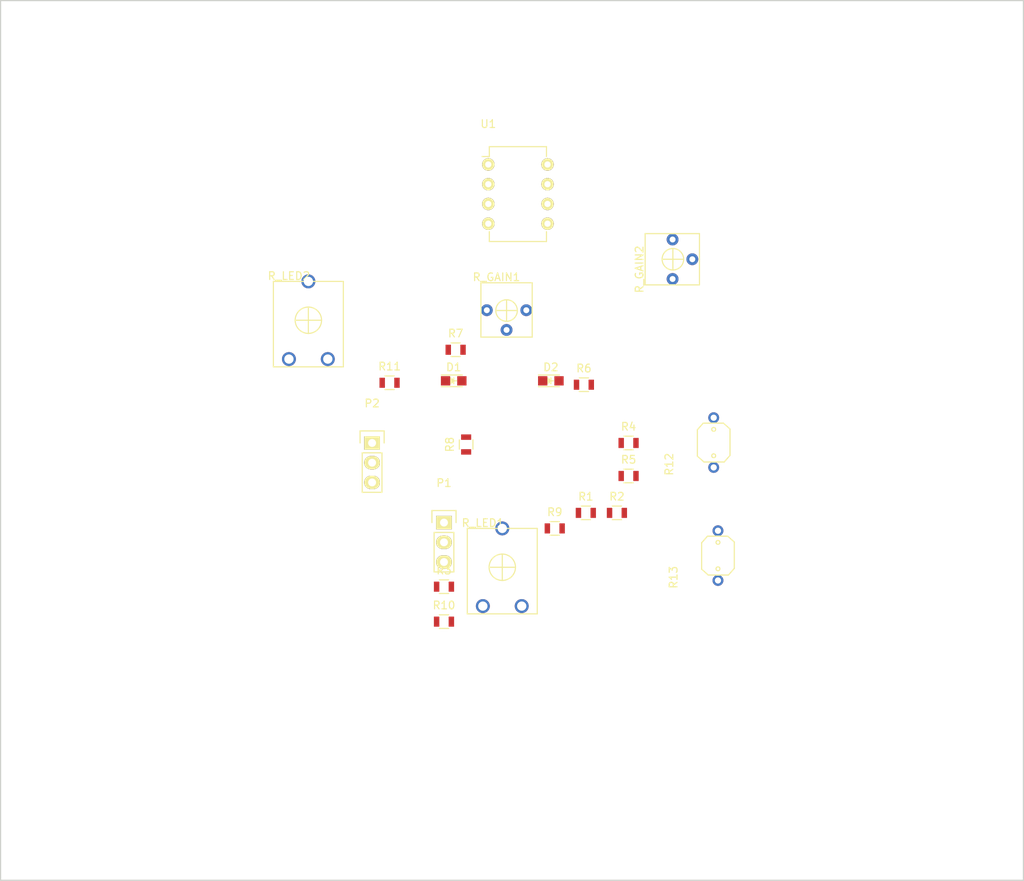
<source format=kicad_pcb>
(kicad_pcb (version 4) (host pcbnew 4.0.4+e1-6308~48~ubuntu14.04.1-stable)

  (general
    (links 33)
    (no_connects 33)
    (area 84.374999 45.724999 216.125001 159.125001)
    (thickness 1.6)
    (drawings 5)
    (tracks 0)
    (zones 0)
    (modules 22)
    (nets 20)
  )

  (page A4)
  (layers
    (0 F.Cu signal)
    (31 B.Cu signal)
    (32 B.Adhes user)
    (33 F.Adhes user)
    (34 B.Paste user)
    (35 F.Paste user)
    (36 B.SilkS user)
    (37 F.SilkS user)
    (38 B.Mask user)
    (39 F.Mask user)
    (40 Dwgs.User user)
    (41 Cmts.User user)
    (42 Eco1.User user)
    (43 Eco2.User user)
    (44 Edge.Cuts user)
    (45 Margin user)
    (46 B.CrtYd user)
    (47 F.CrtYd user)
    (48 B.Fab user)
    (49 F.Fab user)
  )

  (setup
    (last_trace_width 0.25)
    (trace_clearance 0.2)
    (zone_clearance 0.508)
    (zone_45_only no)
    (trace_min 0.2)
    (segment_width 0.2)
    (edge_width 0.15)
    (via_size 0.6)
    (via_drill 0.4)
    (via_min_size 0.4)
    (via_min_drill 0.3)
    (uvia_size 0.3)
    (uvia_drill 0.1)
    (uvias_allowed no)
    (uvia_min_size 0.2)
    (uvia_min_drill 0.1)
    (pcb_text_width 0.3)
    (pcb_text_size 1.5 1.5)
    (mod_edge_width 0.15)
    (mod_text_size 1 1)
    (mod_text_width 0.15)
    (pad_size 1.524 1.524)
    (pad_drill 0.762)
    (pad_to_mask_clearance 0.2)
    (aux_axis_origin 0 0)
    (visible_elements FFFFFF7F)
    (pcbplotparams
      (layerselection 0x00030_80000001)
      (usegerberextensions false)
      (excludeedgelayer true)
      (linewidth 0.100000)
      (plotframeref false)
      (viasonmask false)
      (mode 1)
      (useauxorigin false)
      (hpglpennumber 1)
      (hpglpenspeed 20)
      (hpglpendiameter 15)
      (hpglpenoverlay 2)
      (psnegative false)
      (psa4output false)
      (plotreference true)
      (plotvalue true)
      (plotinvisibletext false)
      (padsonsilk false)
      (subtractmaskfromsilk false)
      (outputformat 1)
      (mirror false)
      (drillshape 1)
      (scaleselection 1)
      (outputdirectory ""))
  )

  (net 0 "")
  (net 1 /NON-INV)
  (net 2 "Net-(D1-Pad1)")
  (net 3 /INV)
  (net 4 "Net-(D2-Pad1)")
  (net 5 /IN1)
  (net 6 /OUT)
  (net 7 /IN2)
  (net 8 VEE)
  (net 9 /CV)
  (net 10 VCC)
  (net 11 GND)
  (net 12 /VREF)
  (net 13 "Net-(R3-Pad2)")
  (net 14 "Net-(R4-Pad1)")
  (net 15 "Net-(R5-Pad1)")
  (net 16 "Net-(R6-Pad2)")
  (net 17 "Net-(R7-Pad2)")
  (net 18 "Net-(R10-Pad2)")
  (net 19 "Net-(R11-Pad2)")

  (net_class Default "This is the default net class."
    (clearance 0.2)
    (trace_width 0.25)
    (via_dia 0.6)
    (via_drill 0.4)
    (uvia_dia 0.3)
    (uvia_drill 0.1)
    (add_net /CV)
    (add_net /IN1)
    (add_net /IN2)
    (add_net /INV)
    (add_net /NON-INV)
    (add_net /OUT)
    (add_net /VREF)
    (add_net GND)
    (add_net "Net-(D1-Pad1)")
    (add_net "Net-(D2-Pad1)")
    (add_net "Net-(R10-Pad2)")
    (add_net "Net-(R11-Pad2)")
    (add_net "Net-(R3-Pad2)")
    (add_net "Net-(R4-Pad1)")
    (add_net "Net-(R5-Pad1)")
    (add_net "Net-(R6-Pad2)")
    (add_net "Net-(R7-Pad2)")
    (add_net VCC)
    (add_net VEE)
  )

  (module LEDs:LED_0805 placed (layer F.Cu) (tedit 55BDE1C2) (tstamp 57E6E2F8)
    (at 142.75 94.75)
    (descr "LED 0805 smd package")
    (tags "LED 0805 SMD")
    (path /57E6DCD8)
    (attr smd)
    (fp_text reference D1 (at 0 -1.75) (layer F.SilkS)
      (effects (font (size 1 1) (thickness 0.15)))
    )
    (fp_text value Red (at 0 1.75) (layer F.Fab)
      (effects (font (size 1 1) (thickness 0.15)))
    )
    (fp_line (start -0.4 -0.3) (end -0.4 0.3) (layer F.Fab) (width 0.15))
    (fp_line (start -0.3 0) (end 0 -0.3) (layer F.Fab) (width 0.15))
    (fp_line (start 0 0.3) (end -0.3 0) (layer F.Fab) (width 0.15))
    (fp_line (start 0 -0.3) (end 0 0.3) (layer F.Fab) (width 0.15))
    (fp_line (start 1 -0.6) (end -1 -0.6) (layer F.Fab) (width 0.15))
    (fp_line (start 1 0.6) (end 1 -0.6) (layer F.Fab) (width 0.15))
    (fp_line (start -1 0.6) (end 1 0.6) (layer F.Fab) (width 0.15))
    (fp_line (start -1 -0.6) (end -1 0.6) (layer F.Fab) (width 0.15))
    (fp_line (start -1.6 0.75) (end 1.1 0.75) (layer F.SilkS) (width 0.15))
    (fp_line (start -1.6 -0.75) (end 1.1 -0.75) (layer F.SilkS) (width 0.15))
    (fp_line (start -0.1 0.15) (end -0.1 -0.1) (layer F.SilkS) (width 0.15))
    (fp_line (start -0.1 -0.1) (end -0.25 0.05) (layer F.SilkS) (width 0.15))
    (fp_line (start -0.35 -0.35) (end -0.35 0.35) (layer F.SilkS) (width 0.15))
    (fp_line (start 0 0) (end 0.35 0) (layer F.SilkS) (width 0.15))
    (fp_line (start -0.35 0) (end 0 -0.35) (layer F.SilkS) (width 0.15))
    (fp_line (start 0 -0.35) (end 0 0.35) (layer F.SilkS) (width 0.15))
    (fp_line (start 0 0.35) (end -0.35 0) (layer F.SilkS) (width 0.15))
    (fp_line (start 1.9 -0.95) (end 1.9 0.95) (layer F.CrtYd) (width 0.05))
    (fp_line (start 1.9 0.95) (end -1.9 0.95) (layer F.CrtYd) (width 0.05))
    (fp_line (start -1.9 0.95) (end -1.9 -0.95) (layer F.CrtYd) (width 0.05))
    (fp_line (start -1.9 -0.95) (end 1.9 -0.95) (layer F.CrtYd) (width 0.05))
    (pad 2 smd rect (at 1.04902 0 180) (size 1.19888 1.19888) (layers F.Cu F.Paste F.Mask)
      (net 1 /NON-INV))
    (pad 1 smd rect (at -1.04902 0 180) (size 1.19888 1.19888) (layers F.Cu F.Paste F.Mask)
      (net 2 "Net-(D1-Pad1)"))
    (model LEDs.3dshapes/LED_0805.wrl
      (at (xyz 0 0 0))
      (scale (xyz 1 1 1))
      (rotate (xyz 0 0 0))
    )
  )

  (module LEDs:LED_0805 placed (layer F.Cu) (tedit 55BDE1C2) (tstamp 57E6E2FE)
    (at 155.25 94.75)
    (descr "LED 0805 smd package")
    (tags "LED 0805 SMD")
    (path /57E6D166)
    (attr smd)
    (fp_text reference D2 (at 0 -1.75) (layer F.SilkS)
      (effects (font (size 1 1) (thickness 0.15)))
    )
    (fp_text value Red (at 0 1.75) (layer F.Fab)
      (effects (font (size 1 1) (thickness 0.15)))
    )
    (fp_line (start -0.4 -0.3) (end -0.4 0.3) (layer F.Fab) (width 0.15))
    (fp_line (start -0.3 0) (end 0 -0.3) (layer F.Fab) (width 0.15))
    (fp_line (start 0 0.3) (end -0.3 0) (layer F.Fab) (width 0.15))
    (fp_line (start 0 -0.3) (end 0 0.3) (layer F.Fab) (width 0.15))
    (fp_line (start 1 -0.6) (end -1 -0.6) (layer F.Fab) (width 0.15))
    (fp_line (start 1 0.6) (end 1 -0.6) (layer F.Fab) (width 0.15))
    (fp_line (start -1 0.6) (end 1 0.6) (layer F.Fab) (width 0.15))
    (fp_line (start -1 -0.6) (end -1 0.6) (layer F.Fab) (width 0.15))
    (fp_line (start -1.6 0.75) (end 1.1 0.75) (layer F.SilkS) (width 0.15))
    (fp_line (start -1.6 -0.75) (end 1.1 -0.75) (layer F.SilkS) (width 0.15))
    (fp_line (start -0.1 0.15) (end -0.1 -0.1) (layer F.SilkS) (width 0.15))
    (fp_line (start -0.1 -0.1) (end -0.25 0.05) (layer F.SilkS) (width 0.15))
    (fp_line (start -0.35 -0.35) (end -0.35 0.35) (layer F.SilkS) (width 0.15))
    (fp_line (start 0 0) (end 0.35 0) (layer F.SilkS) (width 0.15))
    (fp_line (start -0.35 0) (end 0 -0.35) (layer F.SilkS) (width 0.15))
    (fp_line (start 0 -0.35) (end 0 0.35) (layer F.SilkS) (width 0.15))
    (fp_line (start 0 0.35) (end -0.35 0) (layer F.SilkS) (width 0.15))
    (fp_line (start 1.9 -0.95) (end 1.9 0.95) (layer F.CrtYd) (width 0.05))
    (fp_line (start 1.9 0.95) (end -1.9 0.95) (layer F.CrtYd) (width 0.05))
    (fp_line (start -1.9 0.95) (end -1.9 -0.95) (layer F.CrtYd) (width 0.05))
    (fp_line (start -1.9 -0.95) (end 1.9 -0.95) (layer F.CrtYd) (width 0.05))
    (pad 2 smd rect (at 1.04902 0 180) (size 1.19888 1.19888) (layers F.Cu F.Paste F.Mask)
      (net 3 /INV))
    (pad 1 smd rect (at -1.04902 0 180) (size 1.19888 1.19888) (layers F.Cu F.Paste F.Mask)
      (net 4 "Net-(D2-Pad1)"))
    (model LEDs.3dshapes/LED_0805.wrl
      (at (xyz 0 0 0))
      (scale (xyz 1 1 1))
      (rotate (xyz 0 0 0))
    )
  )

  (module Pin_Headers:Pin_Header_Straight_1x03 placed (layer F.Cu) (tedit 0) (tstamp 57E6E305)
    (at 132.25 102.75)
    (descr "Through hole pin header")
    (tags "pin header")
    (path /57E84BE6)
    (fp_text reference P2 (at 0 -5.1) (layer F.SilkS)
      (effects (font (size 1 1) (thickness 0.15)))
    )
    (fp_text value CONN_01X03 (at 0 -3.1) (layer F.Fab)
      (effects (font (size 1 1) (thickness 0.15)))
    )
    (fp_line (start -1.75 -1.75) (end -1.75 6.85) (layer F.CrtYd) (width 0.05))
    (fp_line (start 1.75 -1.75) (end 1.75 6.85) (layer F.CrtYd) (width 0.05))
    (fp_line (start -1.75 -1.75) (end 1.75 -1.75) (layer F.CrtYd) (width 0.05))
    (fp_line (start -1.75 6.85) (end 1.75 6.85) (layer F.CrtYd) (width 0.05))
    (fp_line (start -1.27 1.27) (end -1.27 6.35) (layer F.SilkS) (width 0.15))
    (fp_line (start -1.27 6.35) (end 1.27 6.35) (layer F.SilkS) (width 0.15))
    (fp_line (start 1.27 6.35) (end 1.27 1.27) (layer F.SilkS) (width 0.15))
    (fp_line (start 1.55 -1.55) (end 1.55 0) (layer F.SilkS) (width 0.15))
    (fp_line (start 1.27 1.27) (end -1.27 1.27) (layer F.SilkS) (width 0.15))
    (fp_line (start -1.55 0) (end -1.55 -1.55) (layer F.SilkS) (width 0.15))
    (fp_line (start -1.55 -1.55) (end 1.55 -1.55) (layer F.SilkS) (width 0.15))
    (pad 1 thru_hole rect (at 0 0) (size 2.032 1.7272) (drill 1.016) (layers *.Cu *.Mask F.SilkS)
      (net 5 /IN1))
    (pad 2 thru_hole oval (at 0 2.54) (size 2.032 1.7272) (drill 1.016) (layers *.Cu *.Mask F.SilkS)
      (net 6 /OUT))
    (pad 3 thru_hole oval (at 0 5.08) (size 2.032 1.7272) (drill 1.016) (layers *.Cu *.Mask F.SilkS)
      (net 7 /IN2))
    (model Pin_Headers.3dshapes/Pin_Header_Straight_1x03.wrl
      (at (xyz 0 -0.1 0))
      (scale (xyz 1 1 1))
      (rotate (xyz 0 0 90))
    )
  )

  (module Pin_Headers:Pin_Header_Straight_1x03 placed (layer F.Cu) (tedit 0) (tstamp 57E6E30C)
    (at 141.5 113)
    (descr "Through hole pin header")
    (tags "pin header")
    (path /57E85AE7)
    (fp_text reference P1 (at 0 -5.1) (layer F.SilkS)
      (effects (font (size 1 1) (thickness 0.15)))
    )
    (fp_text value CONN_01X03 (at 0 -3.1) (layer F.Fab)
      (effects (font (size 1 1) (thickness 0.15)))
    )
    (fp_line (start -1.75 -1.75) (end -1.75 6.85) (layer F.CrtYd) (width 0.05))
    (fp_line (start 1.75 -1.75) (end 1.75 6.85) (layer F.CrtYd) (width 0.05))
    (fp_line (start -1.75 -1.75) (end 1.75 -1.75) (layer F.CrtYd) (width 0.05))
    (fp_line (start -1.75 6.85) (end 1.75 6.85) (layer F.CrtYd) (width 0.05))
    (fp_line (start -1.27 1.27) (end -1.27 6.35) (layer F.SilkS) (width 0.15))
    (fp_line (start -1.27 6.35) (end 1.27 6.35) (layer F.SilkS) (width 0.15))
    (fp_line (start 1.27 6.35) (end 1.27 1.27) (layer F.SilkS) (width 0.15))
    (fp_line (start 1.55 -1.55) (end 1.55 0) (layer F.SilkS) (width 0.15))
    (fp_line (start 1.27 1.27) (end -1.27 1.27) (layer F.SilkS) (width 0.15))
    (fp_line (start -1.55 0) (end -1.55 -1.55) (layer F.SilkS) (width 0.15))
    (fp_line (start -1.55 -1.55) (end 1.55 -1.55) (layer F.SilkS) (width 0.15))
    (pad 1 thru_hole rect (at 0 0) (size 2.032 1.7272) (drill 1.016) (layers *.Cu *.Mask F.SilkS)
      (net 8 VEE))
    (pad 2 thru_hole oval (at 0 2.54) (size 2.032 1.7272) (drill 1.016) (layers *.Cu *.Mask F.SilkS)
      (net 9 /CV))
    (pad 3 thru_hole oval (at 0 5.08) (size 2.032 1.7272) (drill 1.016) (layers *.Cu *.Mask F.SilkS)
      (net 10 VCC))
    (model Pin_Headers.3dshapes/Pin_Header_Straight_1x03.wrl
      (at (xyz 0 -0.1 0))
      (scale (xyz 1 1 1))
      (rotate (xyz 0 0 90))
    )
  )

  (module Resistors_SMD:R_0805 placed (layer F.Cu) (tedit 5415CDEB) (tstamp 57E6E312)
    (at 144.35 102.95 90)
    (descr "Resistor SMD 0805, reflow soldering, Vishay (see dcrcw.pdf)")
    (tags "resistor 0805")
    (path /57E86576)
    (attr smd)
    (fp_text reference R8 (at 0 -2.1 90) (layer F.SilkS)
      (effects (font (size 1 1) (thickness 0.15)))
    )
    (fp_text value 100k (at 0 2.1 90) (layer F.Fab)
      (effects (font (size 1 1) (thickness 0.15)))
    )
    (fp_line (start -1.6 -1) (end 1.6 -1) (layer F.CrtYd) (width 0.05))
    (fp_line (start -1.6 1) (end 1.6 1) (layer F.CrtYd) (width 0.05))
    (fp_line (start -1.6 -1) (end -1.6 1) (layer F.CrtYd) (width 0.05))
    (fp_line (start 1.6 -1) (end 1.6 1) (layer F.CrtYd) (width 0.05))
    (fp_line (start 0.6 0.875) (end -0.6 0.875) (layer F.SilkS) (width 0.15))
    (fp_line (start -0.6 -0.875) (end 0.6 -0.875) (layer F.SilkS) (width 0.15))
    (pad 1 smd rect (at -0.95 0 90) (size 0.7 1.3) (layers F.Cu F.Paste F.Mask)
      (net 11 GND))
    (pad 2 smd rect (at 0.95 0 90) (size 0.7 1.3) (layers F.Cu F.Paste F.Mask)
      (net 1 /NON-INV))
    (model Resistors_SMD.3dshapes/R_0805.wrl
      (at (xyz 0 0 0))
      (scale (xyz 1 1 1))
      (rotate (xyz 0 0 0))
    )
  )

  (module Resistors_SMD:R_0805 placed (layer F.Cu) (tedit 5415CDEB) (tstamp 57E6E318)
    (at 155.75 113.75)
    (descr "Resistor SMD 0805, reflow soldering, Vishay (see dcrcw.pdf)")
    (tags "resistor 0805")
    (path /57E86783)
    (attr smd)
    (fp_text reference R9 (at 0 -2.1) (layer F.SilkS)
      (effects (font (size 1 1) (thickness 0.15)))
    )
    (fp_text value 100k (at 0 2.1) (layer F.Fab)
      (effects (font (size 1 1) (thickness 0.15)))
    )
    (fp_line (start -1.6 -1) (end 1.6 -1) (layer F.CrtYd) (width 0.05))
    (fp_line (start -1.6 1) (end 1.6 1) (layer F.CrtYd) (width 0.05))
    (fp_line (start -1.6 -1) (end -1.6 1) (layer F.CrtYd) (width 0.05))
    (fp_line (start 1.6 -1) (end 1.6 1) (layer F.CrtYd) (width 0.05))
    (fp_line (start 0.6 0.875) (end -0.6 0.875) (layer F.SilkS) (width 0.15))
    (fp_line (start -0.6 -0.875) (end 0.6 -0.875) (layer F.SilkS) (width 0.15))
    (pad 1 smd rect (at -0.95 0) (size 0.7 1.3) (layers F.Cu F.Paste F.Mask)
      (net 11 GND))
    (pad 2 smd rect (at 0.95 0) (size 0.7 1.3) (layers F.Cu F.Paste F.Mask)
      (net 3 /INV))
    (model Resistors_SMD.3dshapes/R_0805.wrl
      (at (xyz 0 0 0))
      (scale (xyz 1 1 1))
      (rotate (xyz 0 0 0))
    )
  )

  (module Resistors_SMD:R_0805 placed (layer F.Cu) (tedit 5415CDEB) (tstamp 57E6E31E)
    (at 159.75 111.75)
    (descr "Resistor SMD 0805, reflow soldering, Vishay (see dcrcw.pdf)")
    (tags "resistor 0805")
    (path /57E7F587)
    (attr smd)
    (fp_text reference R1 (at 0 -2.1) (layer F.SilkS)
      (effects (font (size 1 1) (thickness 0.15)))
    )
    (fp_text value 100k (at 0 2.1) (layer F.Fab)
      (effects (font (size 1 1) (thickness 0.15)))
    )
    (fp_line (start -1.6 -1) (end 1.6 -1) (layer F.CrtYd) (width 0.05))
    (fp_line (start -1.6 1) (end 1.6 1) (layer F.CrtYd) (width 0.05))
    (fp_line (start -1.6 -1) (end -1.6 1) (layer F.CrtYd) (width 0.05))
    (fp_line (start 1.6 -1) (end 1.6 1) (layer F.CrtYd) (width 0.05))
    (fp_line (start 0.6 0.875) (end -0.6 0.875) (layer F.SilkS) (width 0.15))
    (fp_line (start -0.6 -0.875) (end 0.6 -0.875) (layer F.SilkS) (width 0.15))
    (pad 1 smd rect (at -0.95 0) (size 0.7 1.3) (layers F.Cu F.Paste F.Mask)
      (net 12 /VREF))
    (pad 2 smd rect (at 0.95 0) (size 0.7 1.3) (layers F.Cu F.Paste F.Mask)
      (net 10 VCC))
    (model Resistors_SMD.3dshapes/R_0805.wrl
      (at (xyz 0 0 0))
      (scale (xyz 1 1 1))
      (rotate (xyz 0 0 0))
    )
  )

  (module Resistors_SMD:R_0805 placed (layer F.Cu) (tedit 5415CDEB) (tstamp 57E6E324)
    (at 163.75 111.75)
    (descr "Resistor SMD 0805, reflow soldering, Vishay (see dcrcw.pdf)")
    (tags "resistor 0805")
    (path /57E7F625)
    (attr smd)
    (fp_text reference R2 (at 0 -2.1) (layer F.SilkS)
      (effects (font (size 1 1) (thickness 0.15)))
    )
    (fp_text value 100k (at 0 2.1) (layer F.Fab)
      (effects (font (size 1 1) (thickness 0.15)))
    )
    (fp_line (start -1.6 -1) (end 1.6 -1) (layer F.CrtYd) (width 0.05))
    (fp_line (start -1.6 1) (end 1.6 1) (layer F.CrtYd) (width 0.05))
    (fp_line (start -1.6 -1) (end -1.6 1) (layer F.CrtYd) (width 0.05))
    (fp_line (start 1.6 -1) (end 1.6 1) (layer F.CrtYd) (width 0.05))
    (fp_line (start 0.6 0.875) (end -0.6 0.875) (layer F.SilkS) (width 0.15))
    (fp_line (start -0.6 -0.875) (end 0.6 -0.875) (layer F.SilkS) (width 0.15))
    (pad 1 smd rect (at -0.95 0) (size 0.7 1.3) (layers F.Cu F.Paste F.Mask)
      (net 8 VEE))
    (pad 2 smd rect (at 0.95 0) (size 0.7 1.3) (layers F.Cu F.Paste F.Mask)
      (net 12 /VREF))
    (model Resistors_SMD.3dshapes/R_0805.wrl
      (at (xyz 0 0 0))
      (scale (xyz 1 1 1))
      (rotate (xyz 0 0 0))
    )
  )

  (module Resistors_SMD:R_0805 placed (layer F.Cu) (tedit 5415CDEB) (tstamp 57E6E32A)
    (at 141.5 121.25)
    (descr "Resistor SMD 0805, reflow soldering, Vishay (see dcrcw.pdf)")
    (tags "resistor 0805")
    (path /57E6CF3D)
    (attr smd)
    (fp_text reference R3 (at 0 -2.1) (layer F.SilkS)
      (effects (font (size 1 1) (thickness 0.15)))
    )
    (fp_text value 1k (at 0 2.1) (layer F.Fab)
      (effects (font (size 1 1) (thickness 0.15)))
    )
    (fp_line (start -1.6 -1) (end 1.6 -1) (layer F.CrtYd) (width 0.05))
    (fp_line (start -1.6 1) (end 1.6 1) (layer F.CrtYd) (width 0.05))
    (fp_line (start -1.6 -1) (end -1.6 1) (layer F.CrtYd) (width 0.05))
    (fp_line (start 1.6 -1) (end 1.6 1) (layer F.CrtYd) (width 0.05))
    (fp_line (start 0.6 0.875) (end -0.6 0.875) (layer F.SilkS) (width 0.15))
    (fp_line (start -0.6 -0.875) (end 0.6 -0.875) (layer F.SilkS) (width 0.15))
    (pad 1 smd rect (at -0.95 0) (size 0.7 1.3) (layers F.Cu F.Paste F.Mask)
      (net 9 /CV))
    (pad 2 smd rect (at 0.95 0) (size 0.7 1.3) (layers F.Cu F.Paste F.Mask)
      (net 13 "Net-(R3-Pad2)"))
    (model Resistors_SMD.3dshapes/R_0805.wrl
      (at (xyz 0 0 0))
      (scale (xyz 1 1 1))
      (rotate (xyz 0 0 0))
    )
  )

  (module Resistors_SMD:R_0805 placed (layer F.Cu) (tedit 5415CDEB) (tstamp 57E6E330)
    (at 165.25 102.75)
    (descr "Resistor SMD 0805, reflow soldering, Vishay (see dcrcw.pdf)")
    (tags "resistor 0805")
    (path /57E74C85)
    (attr smd)
    (fp_text reference R4 (at 0 -2.1) (layer F.SilkS)
      (effects (font (size 1 1) (thickness 0.15)))
    )
    (fp_text value 10k (at 0 2.1) (layer F.Fab)
      (effects (font (size 1 1) (thickness 0.15)))
    )
    (fp_line (start -1.6 -1) (end 1.6 -1) (layer F.CrtYd) (width 0.05))
    (fp_line (start -1.6 1) (end 1.6 1) (layer F.CrtYd) (width 0.05))
    (fp_line (start -1.6 -1) (end -1.6 1) (layer F.CrtYd) (width 0.05))
    (fp_line (start 1.6 -1) (end 1.6 1) (layer F.CrtYd) (width 0.05))
    (fp_line (start 0.6 0.875) (end -0.6 0.875) (layer F.SilkS) (width 0.15))
    (fp_line (start -0.6 -0.875) (end 0.6 -0.875) (layer F.SilkS) (width 0.15))
    (pad 1 smd rect (at -0.95 0) (size 0.7 1.3) (layers F.Cu F.Paste F.Mask)
      (net 14 "Net-(R4-Pad1)"))
    (pad 2 smd rect (at 0.95 0) (size 0.7 1.3) (layers F.Cu F.Paste F.Mask)
      (net 13 "Net-(R3-Pad2)"))
    (model Resistors_SMD.3dshapes/R_0805.wrl
      (at (xyz 0 0 0))
      (scale (xyz 1 1 1))
      (rotate (xyz 0 0 0))
    )
  )

  (module Resistors_SMD:R_0805 placed (layer F.Cu) (tedit 5415CDEB) (tstamp 57E6E336)
    (at 165.25 107)
    (descr "Resistor SMD 0805, reflow soldering, Vishay (see dcrcw.pdf)")
    (tags "resistor 0805")
    (path /57E78815)
    (attr smd)
    (fp_text reference R5 (at 0 -2.1) (layer F.SilkS)
      (effects (font (size 1 1) (thickness 0.15)))
    )
    (fp_text value 10k (at 0 2.1) (layer F.Fab)
      (effects (font (size 1 1) (thickness 0.15)))
    )
    (fp_line (start -1.6 -1) (end 1.6 -1) (layer F.CrtYd) (width 0.05))
    (fp_line (start -1.6 1) (end 1.6 1) (layer F.CrtYd) (width 0.05))
    (fp_line (start -1.6 -1) (end -1.6 1) (layer F.CrtYd) (width 0.05))
    (fp_line (start 1.6 -1) (end 1.6 1) (layer F.CrtYd) (width 0.05))
    (fp_line (start 0.6 0.875) (end -0.6 0.875) (layer F.SilkS) (width 0.15))
    (fp_line (start -0.6 -0.875) (end 0.6 -0.875) (layer F.SilkS) (width 0.15))
    (pad 1 smd rect (at -0.95 0) (size 0.7 1.3) (layers F.Cu F.Paste F.Mask)
      (net 15 "Net-(R5-Pad1)"))
    (pad 2 smd rect (at 0.95 0) (size 0.7 1.3) (layers F.Cu F.Paste F.Mask)
      (net 13 "Net-(R3-Pad2)"))
    (model Resistors_SMD.3dshapes/R_0805.wrl
      (at (xyz 0 0 0))
      (scale (xyz 1 1 1))
      (rotate (xyz 0 0 0))
    )
  )

  (module Resistors_SMD:R_0805 placed (layer F.Cu) (tedit 5415CDEB) (tstamp 57E6E33C)
    (at 159.5 95.25)
    (descr "Resistor SMD 0805, reflow soldering, Vishay (see dcrcw.pdf)")
    (tags "resistor 0805")
    (path /57E7881F)
    (attr smd)
    (fp_text reference R6 (at 0 -2.1) (layer F.SilkS)
      (effects (font (size 1 1) (thickness 0.15)))
    )
    (fp_text value 10k (at 0 2.1) (layer F.Fab)
      (effects (font (size 1 1) (thickness 0.15)))
    )
    (fp_line (start -1.6 -1) (end 1.6 -1) (layer F.CrtYd) (width 0.05))
    (fp_line (start -1.6 1) (end 1.6 1) (layer F.CrtYd) (width 0.05))
    (fp_line (start -1.6 -1) (end -1.6 1) (layer F.CrtYd) (width 0.05))
    (fp_line (start 1.6 -1) (end 1.6 1) (layer F.CrtYd) (width 0.05))
    (fp_line (start 0.6 0.875) (end -0.6 0.875) (layer F.SilkS) (width 0.15))
    (fp_line (start -0.6 -0.875) (end 0.6 -0.875) (layer F.SilkS) (width 0.15))
    (pad 1 smd rect (at -0.95 0) (size 0.7 1.3) (layers F.Cu F.Paste F.Mask)
      (net 3 /INV))
    (pad 2 smd rect (at 0.95 0) (size 0.7 1.3) (layers F.Cu F.Paste F.Mask)
      (net 16 "Net-(R6-Pad2)"))
    (model Resistors_SMD.3dshapes/R_0805.wrl
      (at (xyz 0 0 0))
      (scale (xyz 1 1 1))
      (rotate (xyz 0 0 0))
    )
  )

  (module Resistors_SMD:R_0805 placed (layer F.Cu) (tedit 5415CDEB) (tstamp 57E6E342)
    (at 143 90.75)
    (descr "Resistor SMD 0805, reflow soldering, Vishay (see dcrcw.pdf)")
    (tags "resistor 0805")
    (path /57E74C8F)
    (attr smd)
    (fp_text reference R7 (at 0 -2.1) (layer F.SilkS)
      (effects (font (size 1 1) (thickness 0.15)))
    )
    (fp_text value 10k (at 0 2.1) (layer F.Fab)
      (effects (font (size 1 1) (thickness 0.15)))
    )
    (fp_line (start -1.6 -1) (end 1.6 -1) (layer F.CrtYd) (width 0.05))
    (fp_line (start -1.6 1) (end 1.6 1) (layer F.CrtYd) (width 0.05))
    (fp_line (start -1.6 -1) (end -1.6 1) (layer F.CrtYd) (width 0.05))
    (fp_line (start 1.6 -1) (end 1.6 1) (layer F.CrtYd) (width 0.05))
    (fp_line (start 0.6 0.875) (end -0.6 0.875) (layer F.SilkS) (width 0.15))
    (fp_line (start -0.6 -0.875) (end 0.6 -0.875) (layer F.SilkS) (width 0.15))
    (pad 1 smd rect (at -0.95 0) (size 0.7 1.3) (layers F.Cu F.Paste F.Mask)
      (net 1 /NON-INV))
    (pad 2 smd rect (at 0.95 0) (size 0.7 1.3) (layers F.Cu F.Paste F.Mask)
      (net 17 "Net-(R7-Pad2)"))
    (model Resistors_SMD.3dshapes/R_0805.wrl
      (at (xyz 0 0 0))
      (scale (xyz 1 1 1))
      (rotate (xyz 0 0 0))
    )
  )

  (module Resistors_SMD:R_0805 placed (layer F.Cu) (tedit 5415CDEB) (tstamp 57E6E348)
    (at 141.5 125.75)
    (descr "Resistor SMD 0805, reflow soldering, Vishay (see dcrcw.pdf)")
    (tags "resistor 0805")
    (path /57E6DCF0)
    (attr smd)
    (fp_text reference R10 (at 0 -2.1) (layer F.SilkS)
      (effects (font (size 1 1) (thickness 0.15)))
    )
    (fp_text value 270 (at 0 2.1) (layer F.Fab)
      (effects (font (size 1 1) (thickness 0.15)))
    )
    (fp_line (start -1.6 -1) (end 1.6 -1) (layer F.CrtYd) (width 0.05))
    (fp_line (start -1.6 1) (end 1.6 1) (layer F.CrtYd) (width 0.05))
    (fp_line (start -1.6 -1) (end -1.6 1) (layer F.CrtYd) (width 0.05))
    (fp_line (start 1.6 -1) (end 1.6 1) (layer F.CrtYd) (width 0.05))
    (fp_line (start 0.6 0.875) (end -0.6 0.875) (layer F.SilkS) (width 0.15))
    (fp_line (start -0.6 -0.875) (end 0.6 -0.875) (layer F.SilkS) (width 0.15))
    (pad 1 smd rect (at -0.95 0) (size 0.7 1.3) (layers F.Cu F.Paste F.Mask)
      (net 2 "Net-(D1-Pad1)"))
    (pad 2 smd rect (at 0.95 0) (size 0.7 1.3) (layers F.Cu F.Paste F.Mask)
      (net 18 "Net-(R10-Pad2)"))
    (model Resistors_SMD.3dshapes/R_0805.wrl
      (at (xyz 0 0 0))
      (scale (xyz 1 1 1))
      (rotate (xyz 0 0 0))
    )
  )

  (module Resistors_SMD:R_0805 placed (layer F.Cu) (tedit 5415CDEB) (tstamp 57E6E34E)
    (at 134.5 95)
    (descr "Resistor SMD 0805, reflow soldering, Vishay (see dcrcw.pdf)")
    (tags "resistor 0805")
    (path /57E6D16E)
    (attr smd)
    (fp_text reference R11 (at 0 -2.1) (layer F.SilkS)
      (effects (font (size 1 1) (thickness 0.15)))
    )
    (fp_text value 270 (at 0 2.1) (layer F.Fab)
      (effects (font (size 1 1) (thickness 0.15)))
    )
    (fp_line (start -1.6 -1) (end 1.6 -1) (layer F.CrtYd) (width 0.05))
    (fp_line (start -1.6 1) (end 1.6 1) (layer F.CrtYd) (width 0.05))
    (fp_line (start -1.6 -1) (end -1.6 1) (layer F.CrtYd) (width 0.05))
    (fp_line (start 1.6 -1) (end 1.6 1) (layer F.CrtYd) (width 0.05))
    (fp_line (start 0.6 0.875) (end -0.6 0.875) (layer F.SilkS) (width 0.15))
    (fp_line (start -0.6 -0.875) (end 0.6 -0.875) (layer F.SilkS) (width 0.15))
    (pad 1 smd rect (at -0.95 0) (size 0.7 1.3) (layers F.Cu F.Paste F.Mask)
      (net 4 "Net-(D2-Pad1)"))
    (pad 2 smd rect (at 0.95 0) (size 0.7 1.3) (layers F.Cu F.Paste F.Mask)
      (net 19 "Net-(R11-Pad2)"))
    (model Resistors_SMD.3dshapes/R_0805.wrl
      (at (xyz 0 0 0))
      (scale (xyz 1 1 1))
      (rotate (xyz 0 0 0))
    )
  )

  (module Opto-Devices_4b11b4:Photocell_5528CDS placed (layer F.Cu) (tedit 57DDD60F) (tstamp 57E6E354)
    (at 176.2 102.7 90)
    (path /57E6DCE4)
    (fp_text reference R12 (at -2.8 -5.725 90) (layer F.SilkS)
      (effects (font (size 1 1) (thickness 0.15)))
    )
    (fp_text value Photores (at -0.475 6.8 90) (layer F.Fab)
      (effects (font (size 1 1) (thickness 0.15)))
    )
    (fp_line (start -2.5 -1.25) (end -1.75 -2.1) (layer F.SilkS) (width 0.15))
    (fp_circle (center -1.7 0) (end -1.7 0.25) (layer F.SilkS) (width 0.15))
    (fp_circle (center 1.7 0) (end 1.7 0.25) (layer F.SilkS) (width 0.15))
    (fp_line (start 2.5 -1.35) (end 2.5 1.25) (layer F.SilkS) (width 0.15))
    (fp_line (start -2.5 -1.25) (end -2.5 1.35) (layer F.SilkS) (width 0.15))
    (fp_line (start -1.65 2.1) (end 1.75 2.1) (layer F.SilkS) (width 0.15))
    (fp_line (start -1.75 -2.1) (end 1.65 -2.1) (layer F.SilkS) (width 0.15))
    (fp_line (start 2.5 -1.35) (end 1.65 -2.1) (layer F.SilkS) (width 0.15))
    (fp_line (start -2.5 1.35) (end -1.65 2.1) (layer F.SilkS) (width 0.15))
    (fp_line (start 1.75 2.1) (end 2.5 1.25) (layer F.SilkS) (width 0.15))
    (pad 1 thru_hole circle (at -3.2 0 90) (size 1.4 1.4) (drill 0.8) (layers *.Cu *.Mask)
      (net 5 /IN1))
    (pad 2 thru_hole circle (at 3.2 0 90) (size 1.4 1.4) (drill 0.8) (layers *.Cu *.Mask)
      (net 6 /OUT))
  )

  (module Opto-Devices_4b11b4:Photocell_5528CDS placed (layer F.Cu) (tedit 57DDD60F) (tstamp 57E6E35A)
    (at 176.75 117.25 90)
    (path /57E6D16A)
    (fp_text reference R13 (at -2.8 -5.725 90) (layer F.SilkS)
      (effects (font (size 1 1) (thickness 0.15)))
    )
    (fp_text value Photores (at -0.475 6.8 90) (layer F.Fab)
      (effects (font (size 1 1) (thickness 0.15)))
    )
    (fp_line (start -2.5 -1.25) (end -1.75 -2.1) (layer F.SilkS) (width 0.15))
    (fp_circle (center -1.7 0) (end -1.7 0.25) (layer F.SilkS) (width 0.15))
    (fp_circle (center 1.7 0) (end 1.7 0.25) (layer F.SilkS) (width 0.15))
    (fp_line (start 2.5 -1.35) (end 2.5 1.25) (layer F.SilkS) (width 0.15))
    (fp_line (start -2.5 -1.25) (end -2.5 1.35) (layer F.SilkS) (width 0.15))
    (fp_line (start -1.65 2.1) (end 1.75 2.1) (layer F.SilkS) (width 0.15))
    (fp_line (start -1.75 -2.1) (end 1.65 -2.1) (layer F.SilkS) (width 0.15))
    (fp_line (start 2.5 -1.35) (end 1.65 -2.1) (layer F.SilkS) (width 0.15))
    (fp_line (start -2.5 1.35) (end -1.65 2.1) (layer F.SilkS) (width 0.15))
    (fp_line (start 1.75 2.1) (end 2.5 1.25) (layer F.SilkS) (width 0.15))
    (pad 1 thru_hole circle (at -3.2 0 90) (size 1.4 1.4) (drill 0.8) (layers *.Cu *.Mask)
      (net 6 /OUT))
    (pad 2 thru_hole circle (at 3.2 0 90) (size 1.4 1.4) (drill 0.8) (layers *.Cu *.Mask)
      (net 7 /IN2))
  )

  (module Potentiometers_4b11b4:3362P placed (layer F.Cu) (tedit 57E23712) (tstamp 57E6E361)
    (at 149.55 88.2)
    (path /57E74C99)
    (fp_text reference R_GAIN1 (at -1.3 -6.8) (layer F.SilkS)
      (effects (font (size 1 1) (thickness 0.15)))
    )
    (fp_text value 100k (at 0 1.8) (layer F.Fab)
      (effects (font (size 1 1) (thickness 0.15)))
    )
    (fp_line (start -1.3 -2.5) (end 1.3 -2.5) (layer F.SilkS) (width 0.15))
    (fp_line (start 0 -3.8) (end 0 -1.2) (layer F.SilkS) (width 0.15))
    (fp_circle (center 0 -2.5) (end 0 -1.115) (layer F.SilkS) (width 0.15))
    (fp_line (start -3.3 0.92) (end 3.3 0.92) (layer F.SilkS) (width 0.15))
    (fp_line (start -3.3 -6.07) (end -3.3 0.92) (layer F.SilkS) (width 0.15))
    (fp_line (start 3.3 -6.07) (end -3.3 -6.07) (layer F.SilkS) (width 0.15))
    (fp_line (start 3.3 0.92) (end 3.3 -6.07) (layer F.SilkS) (width 0.15))
    (pad 2 thru_hole circle (at 0 0) (size 1.524 1.524) (drill 0.762) (layers *.Cu *.Mask)
      (net 14 "Net-(R4-Pad1)"))
    (pad 1 thru_hole circle (at -2.54 -2.54) (size 1.524 1.524) (drill 0.762) (layers *.Cu *.Mask)
      (net 17 "Net-(R7-Pad2)"))
    (pad 3 thru_hole circle (at 2.54 -2.54) (size 1.524 1.524) (drill 0.762) (layers *.Cu *.Mask))
  )

  (module Potentiometers_4b11b4:3362P placed (layer F.Cu) (tedit 57E23712) (tstamp 57E6E368)
    (at 173.45 79.1 90)
    (path /57E78829)
    (fp_text reference R_GAIN2 (at -1.3 -6.8 90) (layer F.SilkS)
      (effects (font (size 1 1) (thickness 0.15)))
    )
    (fp_text value 100k (at 0 1.8 90) (layer F.Fab)
      (effects (font (size 1 1) (thickness 0.15)))
    )
    (fp_line (start -1.3 -2.5) (end 1.3 -2.5) (layer F.SilkS) (width 0.15))
    (fp_line (start 0 -3.8) (end 0 -1.2) (layer F.SilkS) (width 0.15))
    (fp_circle (center 0 -2.5) (end 0 -1.115) (layer F.SilkS) (width 0.15))
    (fp_line (start -3.3 0.92) (end 3.3 0.92) (layer F.SilkS) (width 0.15))
    (fp_line (start -3.3 -6.07) (end -3.3 0.92) (layer F.SilkS) (width 0.15))
    (fp_line (start 3.3 -6.07) (end -3.3 -6.07) (layer F.SilkS) (width 0.15))
    (fp_line (start 3.3 0.92) (end 3.3 -6.07) (layer F.SilkS) (width 0.15))
    (pad 2 thru_hole circle (at 0 0 90) (size 1.524 1.524) (drill 0.762) (layers *.Cu *.Mask)
      (net 15 "Net-(R5-Pad1)"))
    (pad 1 thru_hole circle (at -2.54 -2.54 90) (size 1.524 1.524) (drill 0.762) (layers *.Cu *.Mask)
      (net 16 "Net-(R6-Pad2)"))
    (pad 3 thru_hole circle (at 2.54 -2.54 90) (size 1.524 1.524) (drill 0.762) (layers *.Cu *.Mask))
  )

  (module Potentiometers_4b11b4:3119P placed (layer F.Cu) (tedit 57E6E190) (tstamp 57E6E376)
    (at 149 118.75)
    (path /57E88715)
    (fp_text reference R_LED1 (at -2.5 -5.7) (layer F.SilkS)
      (effects (font (size 1 1) (thickness 0.15)))
    )
    (fp_text value POT (at 0 6.9) (layer F.Fab)
      (effects (font (size 1 1) (thickness 0.15)))
    )
    (fp_circle (center 0 0) (end 1.2 1.2) (layer F.SilkS) (width 0.15))
    (fp_line (start 0 -1.7) (end 0 1.7) (layer F.SilkS) (width 0.15))
    (fp_line (start -1.7 0) (end 1.7 0) (layer F.SilkS) (width 0.15))
    (fp_line (start 4.5 -5) (end 4.5 6) (layer F.SilkS) (width 0.15))
    (fp_line (start -4.5 -5) (end -4.5 6) (layer F.SilkS) (width 0.15))
    (fp_line (start -4.5 -5) (end 4.5 -5) (layer F.SilkS) (width 0.15))
    (fp_line (start 4.5 6) (end -4.5 6) (layer F.SilkS) (width 0.15))
    (pad 1 thru_hole circle (at -2.5 5) (size 1.8 1.8) (drill 1.2) (layers *.Cu *.Mask)
      (net 18 "Net-(R10-Pad2)"))
    (pad 2 thru_hole circle (at 0 -5) (size 1.8 1.8) (drill 1.2) (layers *.Cu *.Mask)
      (net 11 GND))
    (pad 3 thru_hole circle (at 2.5 5) (size 1.8 1.8) (drill 1.2) (layers *.Cu *.Mask))
  )

  (module Potentiometers_4b11b4:3119P placed (layer F.Cu) (tedit 57E6E190) (tstamp 57E6E384)
    (at 124.05 86.95)
    (path /57E89B5F)
    (fp_text reference R_LED2 (at -2.5 -5.7) (layer F.SilkS)
      (effects (font (size 1 1) (thickness 0.15)))
    )
    (fp_text value POT (at 0 6.9) (layer F.Fab)
      (effects (font (size 1 1) (thickness 0.15)))
    )
    (fp_circle (center 0 0) (end 1.2 1.2) (layer F.SilkS) (width 0.15))
    (fp_line (start 0 -1.7) (end 0 1.7) (layer F.SilkS) (width 0.15))
    (fp_line (start -1.7 0) (end 1.7 0) (layer F.SilkS) (width 0.15))
    (fp_line (start 4.5 -5) (end 4.5 6) (layer F.SilkS) (width 0.15))
    (fp_line (start -4.5 -5) (end -4.5 6) (layer F.SilkS) (width 0.15))
    (fp_line (start -4.5 -5) (end 4.5 -5) (layer F.SilkS) (width 0.15))
    (fp_line (start 4.5 6) (end -4.5 6) (layer F.SilkS) (width 0.15))
    (pad 1 thru_hole circle (at -2.5 5) (size 1.8 1.8) (drill 1.2) (layers *.Cu *.Mask)
      (net 19 "Net-(R11-Pad2)"))
    (pad 2 thru_hole circle (at 0 -5) (size 1.8 1.8) (drill 1.2) (layers *.Cu *.Mask)
      (net 11 GND))
    (pad 3 thru_hole circle (at 2.5 5) (size 1.8 1.8) (drill 1.2) (layers *.Cu *.Mask))
  )

  (module Housings_DIP:DIP-8_W7.62mm placed (layer F.Cu) (tedit 54130A77) (tstamp 57E6E390)
    (at 147.2 66.9)
    (descr "8-lead dip package, row spacing 7.62 mm (300 mils)")
    (tags "dil dip 2.54 300")
    (path /57E6CEAD)
    (fp_text reference U1 (at 0 -5.22) (layer F.SilkS)
      (effects (font (size 1 1) (thickness 0.15)))
    )
    (fp_text value LM358 (at 0 -3.72) (layer F.Fab)
      (effects (font (size 1 1) (thickness 0.15)))
    )
    (fp_line (start -1.05 -2.45) (end -1.05 10.1) (layer F.CrtYd) (width 0.05))
    (fp_line (start 8.65 -2.45) (end 8.65 10.1) (layer F.CrtYd) (width 0.05))
    (fp_line (start -1.05 -2.45) (end 8.65 -2.45) (layer F.CrtYd) (width 0.05))
    (fp_line (start -1.05 10.1) (end 8.65 10.1) (layer F.CrtYd) (width 0.05))
    (fp_line (start 0.135 -2.295) (end 0.135 -1.025) (layer F.SilkS) (width 0.15))
    (fp_line (start 7.485 -2.295) (end 7.485 -1.025) (layer F.SilkS) (width 0.15))
    (fp_line (start 7.485 9.915) (end 7.485 8.645) (layer F.SilkS) (width 0.15))
    (fp_line (start 0.135 9.915) (end 0.135 8.645) (layer F.SilkS) (width 0.15))
    (fp_line (start 0.135 -2.295) (end 7.485 -2.295) (layer F.SilkS) (width 0.15))
    (fp_line (start 0.135 9.915) (end 7.485 9.915) (layer F.SilkS) (width 0.15))
    (fp_line (start 0.135 -1.025) (end -0.8 -1.025) (layer F.SilkS) (width 0.15))
    (pad 1 thru_hole oval (at 0 0) (size 1.6 1.6) (drill 0.8) (layers *.Cu *.Mask F.SilkS)
      (net 1 /NON-INV))
    (pad 2 thru_hole oval (at 0 2.54) (size 1.6 1.6) (drill 0.8) (layers *.Cu *.Mask F.SilkS)
      (net 12 /VREF))
    (pad 3 thru_hole oval (at 0 5.08) (size 1.6 1.6) (drill 0.8) (layers *.Cu *.Mask F.SilkS)
      (net 14 "Net-(R4-Pad1)"))
    (pad 4 thru_hole oval (at 0 7.62) (size 1.6 1.6) (drill 0.8) (layers *.Cu *.Mask F.SilkS)
      (net 8 VEE))
    (pad 5 thru_hole oval (at 7.62 7.62) (size 1.6 1.6) (drill 0.8) (layers *.Cu *.Mask F.SilkS)
      (net 12 /VREF))
    (pad 6 thru_hole oval (at 7.62 5.08) (size 1.6 1.6) (drill 0.8) (layers *.Cu *.Mask F.SilkS)
      (net 15 "Net-(R5-Pad1)"))
    (pad 7 thru_hole oval (at 7.62 2.54) (size 1.6 1.6) (drill 0.8) (layers *.Cu *.Mask F.SilkS)
      (net 3 /INV))
    (pad 8 thru_hole oval (at 7.62 0) (size 1.6 1.6) (drill 0.8) (layers *.Cu *.Mask F.SilkS)
      (net 10 VCC))
    (model Housings_DIP.3dshapes/DIP-8_W7.62mm.wrl
      (at (xyz 0 0 0))
      (scale (xyz 1 1 1))
      (rotate (xyz 0 0 0))
    )
  )

  (gr_line (start 216.05 45.8) (end 84.45 45.8) (angle 90) (layer Edge.Cuts) (width 0.15))
  (gr_line (start 216.05 48.4) (end 216.05 45.8) (angle 90) (layer Edge.Cuts) (width 0.15))
  (gr_line (start 216.05 159.05) (end 216.05 48.4) (angle 90) (layer Edge.Cuts) (width 0.15))
  (gr_line (start 84.45 159.05) (end 216.05 159.05) (angle 90) (layer Edge.Cuts) (width 0.15))
  (gr_line (start 84.45 45.8) (end 84.45 159.05) (angle 90) (layer Edge.Cuts) (width 0.15))

)

</source>
